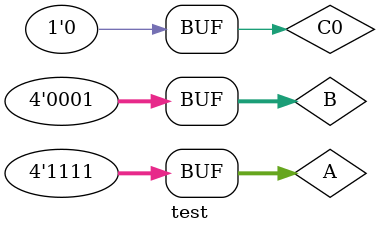
<source format=v>
`timescale 1ns / 1ps


module test;

	// Inputs
	reg [3:0] A;
	reg [3:0] B;
	reg C0;

	// Outputs
	wire [3:0] S;
	wire C4;

	// Instantiate the Unit Under Test (UUT)
	bai_2_cong_4_bit uut (
		.A(A), 
		.B(B), 
		.C0(C0), 
		.S(S), 
		.C4(C4)
	);

	initial begin
		#100;
		A=4'b0000;
		B=4'b0000;
		C0=1'b0;
		#100;
		A=4'b0000;
		B=4'b0000;
		C0=1'b1;
		#100;
		A=4'b0000;
		B=4'b0001;
		C0=1'b0;
		#100;
		A=4'b0000;
		B=4'b0001;
		C0=1'b1;
		#100;
		A=4'b0001;
		B=4'b0000;
		C0=1'b0;
		#100;
		A=4'b0001;
		B=4'b0000;
		C0=1'b1;
		#100;
		A=4'b0001;
		B=4'b0001;
		C0=1'b0;
		#100;
		A=4'b0001;
		B=4'b0001;
		C0=1'b1;
		#100;
		A=4'b1111;
		B=4'b0001;
		C0=1'b0;
		#100;
	end
      
endmodule


</source>
